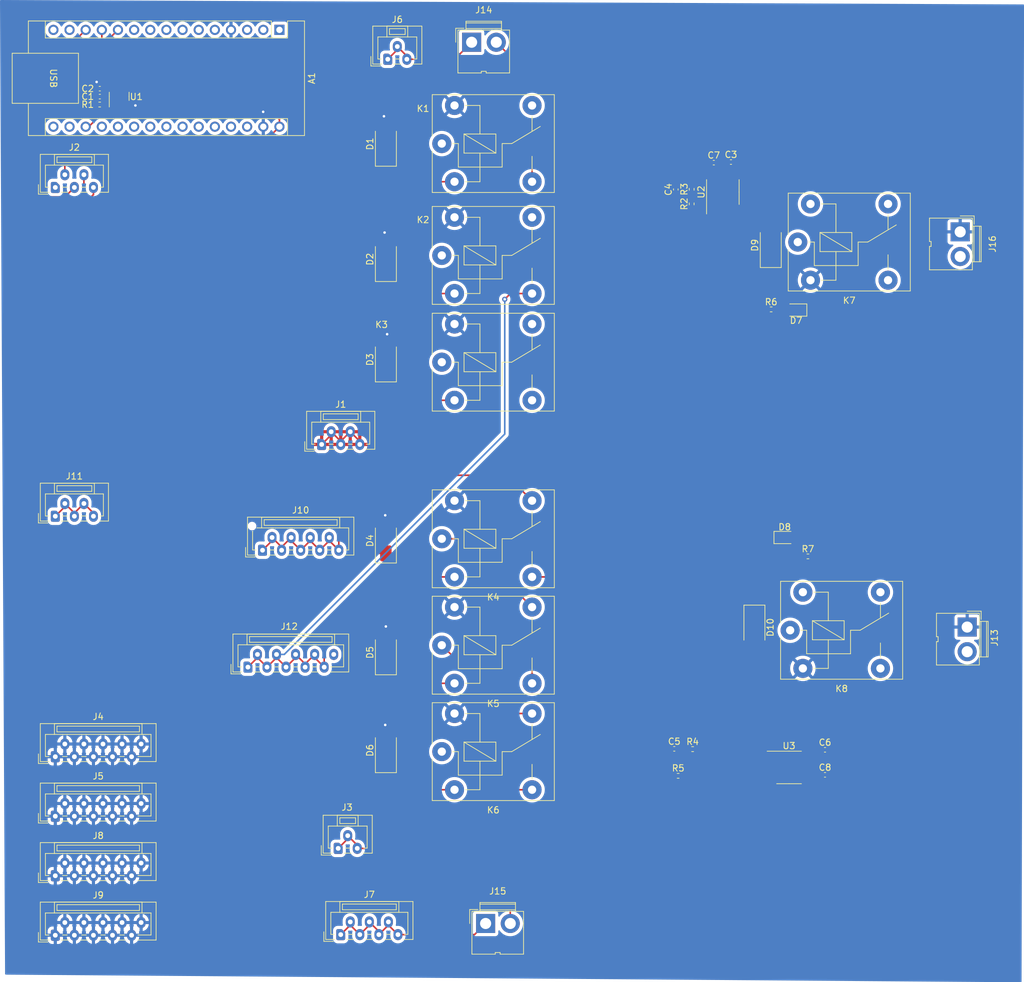
<source format=kicad_pcb>
(kicad_pcb (version 20221018) (generator pcbnew)
  (layers (0 "F.Cu" signal) (31 "B.Cu" signal) (34 "B.Paste" user) (35 "F.Paste" user) (36 "B.SilkS" user "B.Silkscreen") (37 "F.SilkS" user "F.Silkscreen") (38 "B.Mask" user) (39 "F.Mask" user) (44 "Edge.Cuts" user))
  (net 0 "")
  (net 4 "GND")
  (net 5 "/control de salidas/relay1S1")
  (net 6 "/control de salidas/relay2S1")
  (net 7 "/control de salidas/relay3S1")
  (net 8 "/control de salidas/relay1S2")
  (net 9 "/control de salidas/relay2S2")
  (net 10 "/control de salidas/relay3S2")
  (net 11 "/control/digitalPin7")
  (net 12 "/control/digitalPin8")
  (net 13 "/control/digitalPin9")
  (net 16 "/control/analogIN1")
  (net 17 "/control/analogIN2")
  (net 18 "/control/analogIN3")
  (net 19 "/control/analogIN4")
  (net 26 "/control/5V")
  (net 27 "Net-(U3-FILTER)")
  (net 28 "Net-(D7-A)")
  (net 29 "Net-(D8-A)")
  (net 31 "/control de salidas/12VA")
  (net 32 "/control de salidas/12VB")
  (net 33 "/control de salidas/12VC")
  (net 34 "/control de salidas/12VD")
  (net 35 "/entrada de fuente/12VE")
  (net 36 "/control de salidas/3V3")
  (net 37 "/control de salidas/5V")
  (net 38 "/entrada de fuente/-12V")
  (net 39 "/control de salidas/Reguladr de voltaje 1/SalidaRegulada2")
  (net 40 "/control de salidas/Reguladr de voltaje 2/SalidaRegulada2")
  (net 41 "/control de salidas/Salida1")
  (net 42 "Net-(J13-Pin_2)")
  (net 43 "/control de salidas/Salida2")
  (net 44 "Net-(K5-Pad11)")
  (net 45 "/medicion de salidas/Entrada1")
  (net 46 "/medicion de salidas/Salida1")
  (net 47 "Net-(K1-Pad11)")
  (net 48 "/medicion de salidas/Entrada2")
  (net 49 "/medicion de salidas/Salida2")
  (net 50 "Net-(U2-FILTER)")
  (net 51 "Net-(K2-Pad11)")
  (net 52 "Net-(K4-Pad11)")
  (net 53 "/control/digitalPin10")
  (net 54 "/control/digitalPin11")
  (net 55 "Net-(J16-Pin_2)")
  (net 58 "/control/AREF")
  (footprint "Relay_THT:Relay_SPDT_Finder_36.11" (layer "F.Cu") (at 83.5 70.2)
    (fp_text reference "K3")
    (fp_text value "Relay_SPDT")
  )
  (footprint "Module:Arduino_Nano" (layer "F.Cu") (at 57.96 17.9 -90)
    (fp_text reference "A1")
    (fp_text value "Arduino_Nano_v3.x")
  )
  (footprint "Relay_THT:Relay_SPDT_Finder_36.11" (layer "F.Cu") (at 83.5 114.75)
    (fp_text reference "K5")
    (fp_text value "Relay_SPDT")
  )
  (footprint "Resistor_SMD:R_0402_1005Metric" (layer "F.Cu") (at 122.96 131.11)
    (fp_text reference "R4")
    (fp_text value "1M ohm")
  )
  (footprint "Diode_SMD:D_SMA" (layer "F.Cu") (at 74.7 115.9 90)
    (fp_text reference "D5")
    (fp_text value "1N4007")
  )
  (footprint "Connector_JST:JST_ZE_B05B-ZESK-D_1x05_P1.50mm_Vertical" (layer "F.Cu") (at 22.7 42.7)
    (fp_text reference "J2")
    (fp_text value "control")
  )
  (footprint "Connector_JST:JST_ZE_B05B-ZESK-D_1x05_P1.50mm_Vertical" (layer "F.Cu") (at 22.7 94.45)
    (fp_text reference "J11")
    (fp_text value "12VE")
  )
  (footprint "Resistor_SMD:R_0402_1005Metric" (layer "F.Cu") (at 122.81 42.99 90)
    (fp_text reference "R3")
    (fp_text value "100K ohm")
  )
  (footprint "Relay_THT:Relay_SPDT_Finder_36.11" (layer "F.Cu") (at 83.5 131.5)
    (fp_text reference "K6")
    (fp_text value "Relay_SPDT")
  )
  (footprint "Resistor_SMD:R_0402_1005Metric" (layer "F.Cu") (at 122.81 45.29 90)
    (fp_text reference "R2")
    (fp_text value "1M ohm")
  )
  (footprint "Diode_SMD:D_SMA" (layer "F.Cu") (at 74.7 98.3 90)
    (fp_text reference "D4")
    (fp_text value "1N4007")
  )
  (footprint "Connector_JST:JST_ZE_B03B-ZESK-D_1x03_P1.50mm_Vertical" (layer "F.Cu") (at 75 22.525)
    (fp_text reference "J6")
    (fp_text value "12VC")
  )
  (footprint "Connector_JST:JST_ZE_B10B-ZESK-D_1x10_P1.50mm_Vertical" (layer "F.Cu") (at 53 118.2)
    (fp_text reference "J12")
    (fp_text value "3V3")
  )
  (footprint "Package_SO:SOIC-8_3.9x4.9mm_P1.27mm" (layer "F.Cu") (at 127.715 43.425 90)
    (fp_text reference "U2")
    (fp_text value "ACS712xLCTR-20A")
  )
  (footprint "Relay_THT:Relay_SPDT_Finder_36.11" (layer "F.Cu") (at 83.5 98)
    (fp_text reference "K4")
    (fp_text value "Relay_SPDT")
  )
  (footprint "Relay_THT:Relay_SPDT_Finder_36.11" (layer "F.Cu") (at 138.3 112.4)
    (fp_text reference "K8")
    (fp_text value "Relay_SPDT")
  )
  (footprint "Connector_JST:JST_ZE_B05B-ZESK-D_1x05_P1.50mm_Vertical" (layer "F.Cu") (at 64.6 83.15)
    (fp_text reference "J1")
    (fp_text value "12VA")
  )
  (footprint "Connector_JST:JST_ZE_B09B-ZESK-1D_1x09_P1.50mm_Vertical" (layer "F.Cu") (at 55.3 99.8)
    (fp_text reference "J10")
    (fp_text value "5V")
  )
  (footprint "Capacitor_SMD:C_0402_1005Metric" (layer "F.Cu") (at 143.785 135.155)
    (fp_text reference "C8")
    (fp_text value "10nF")
  )
  (footprint "Capacitor_SMD:C_0402_1005Metric" (layer "F.Cu") (at 120.07 131.06)
    (fp_text reference "C5")
    (fp_text value "100nF")
  )
  (footprint "Diode_SMD:D_SMA" (layer "F.Cu") (at 74.7 54 90)
    (fp_text reference "D2")
    (fp_text value "1N4007")
  )
  (footprint "Relay_THT:Relay_SPDT_Finder_36.11" (layer "F.Cu") (at 83.5 53.4)
    (fp_text reference "K2")
    (fp_text value "Relay_SPDT")
  )
  (footprint "Capacitor_SMD:C_0402_1005Metric" (layer "F.Cu") (at 143.785 131.215)
    (fp_text reference "C6")
    (fp_text value "1nf")
  )
  (footprint "Diode_SMD:D_SMA" (layer "F.Cu") (at 74.7 35.85 90)
    (fp_text reference "D1")
    (fp_text value "1N4007")
  )
  (footprint "Connector_JST:JST_ZE_B10B-ZESK-D_1x10_P1.50mm_Vertical" (layer "F.Cu") (at 22.7 132.3)
    (fp_text reference "J4")
    (fp_text value "GND")
  )
  (footprint "Package_TO_SOT_SMD:SOT-23" (layer "F.Cu") (at 32.75 28.3625 90)
    (fp_text reference "U1")
    (fp_text value "LM4040DBZ-4.1")
  )
  (footprint "Package_SO:SOIC-8_3.9x4.9mm_P1.27mm" (layer "F.Cu") (at 138.125 133.995)
    (fp_text reference "U3")
    (fp_text value "ACS712xLCTR-20A")
  )
  (footprint "Connector_JST:JST_ZE_B10B-ZESK-D_1x10_P1.50mm_Vertical" (layer "F.Cu") (at 22.7 160.4)
    (fp_text reference "J9")
    (fp_text value "GND")
  )
  (footprint "Capacitor_SMD:C_0402_1005Metric" (layer "F.Cu") (at 128.99 38.7)
    (fp_text reference "C3")
    (fp_text value "1nF")
  )
  (footprint "Relay_THT:Relay_SPDT_Finder_36.11" (layer "F.Cu") (at 83.5 35.8)
    (fp_text reference "K1")
    (fp_text value "Relay_SPDT")
  )
  (footprint "Diode_SMD:D_SMA" (layer "F.Cu") (at 74.7 69.8 90)
    (fp_text reference "D3")
    (fp_text value "1N4007")
  )
  (footprint "Resistor_SMD:R_0402_1005Metric" (layer "F.Cu") (at 29.68 29.655 180)
    (fp_text reference "R1")
    (fp_text value "909 ohm")
  )
  (footprint "Resistor_SMD:R_0402_1005Metric" (layer "F.Cu") (at 120.68 135.31)
    (fp_text reference "R5")
    (fp_text value "100K ohm")
  )
  (footprint "Connector:JWT_A3963_1x02_P3.96mm_Vertical" (layer "F.Cu") (at 90.3925 158.55)
    (fp_text reference "J15")
    (fp_text value "ReguladorExterno")
  )
  (footprint "Capacitor_SMD:C_0402_1005Metric" (layer "F.Cu") (at 120.31 43.02 90)
    (fp_text reference "C4")
    (fp_text value "100nF")
  )
  (footprint "Diode_SMD:D_SMA" (layer "F.Cu") (at 74.7 131.3 90)
    (fp_text reference "D6")
    (fp_text value "1N4007")
  )
  (footprint "Capacitor_SMD:C_0402_1005Metric" (layer "F.Cu") (at 29.7 27.155 180)
    (fp_text reference "C2")
    (fp_text value "10 uF")
  )
  (footprint "Connector_JST:JST_ZE_B10B-ZESK-D_1x10_P1.50mm_Vertical" (layer "F.Cu") (at 22.7 141.666666)
    (fp_text reference "J5")
    (fp_text value "GND")
  )
  (footprint "Relay_THT:Relay_SPDT_Finder_36.11" (layer "F.Cu") (at 139.5 51.3)
    (fp_text reference "K7")
    (fp_text value "Relay_SPDT")
  )
  (footprint "Connector:JWT_A3963_1x02_P3.96mm_Vertical" (layer "F.Cu") (at 88.1925 19.85)
    (fp_text reference "J14")
    (fp_text value "ReguladorExterno")
  )
  (footprint "Capacitor_SMD:C_0402_1005Metric" (layer "F.Cu") (at 29.7 28.4 180)
    (fp_text reference "C1")
    (fp_text value "0.1 uF")
  )
  (footprint "Diode_SMD:D_SMA" (layer "F.Cu") (at 132.675 111.95 -90)
    (fp_text reference "D10")
    (fp_text value "1N4007")
  )
  (footprint "Diode_SMD:D_SMA" (layer "F.Cu") (at 135.25 51.8 90)
    (fp_text reference "D9")
    (fp_text value "1N4007")
  )
  (footprint "LED_SMD:LED_0805_2012Metric" (layer "F.Cu") (at 139.2375 62 180)
    (fp_text reference "D7")
    (fp_text value "LED")
  )
  (footprint "Connector:JWT_A3963_1x02_P3.96mm_Vertical" (layer "F.Cu") (at 165.05 49.6925 -90)
    (fp_text reference "J16")
    (fp_text value "Salida 1")
  )
  (footprint "Connector_JST:JST_ZE_B03B-ZESK-D_1x03_P1.50mm_Vertical" (layer "F.Cu") (at 67.2 146.725)
    (fp_text reference "J3")
    (fp_text value "12VB")
  )
  (footprint "Capacitor_SMD:C_0402_1005Metric" (layer "F.Cu") (at 126.29 38.8)
    (fp_text reference "C7")
    (fp_text value "10nF")
  )
  (footprint "Connector_JST:JST_ZE_B07B-ZESK-D_1x07_P1.50mm_Vertical" (layer "F.Cu") (at 67.6 160.3)
    (fp_text reference "J7")
    (fp_text value "12VD")
  )
  (footprint "Connector:JWT_A3963_1x02_P3.96mm_Vertical" (layer "F.Cu") (at 166.15 111.8925 -90)
    (fp_text reference "J13")
    (fp_text value "Salida 2")
  )
  (footprint "Connector_JST:JST_ZE_B10B-ZESK-D_1x10_P1.50mm_Vertical" (layer "F.Cu") (at 22.7 151.033332)
    (fp_text reference "J8")
    (fp_text value "GND")
  )
  (footprint "Resistor_SMD:R_0402_1005Metric" (layer "F.Cu") (at 141.0975 100.775)
    (fp_text reference "R7")
    (fp_text value "330")
  )
  (footprint "Resistor_SMD:R_0402_1005Metric" (layer "F.Cu") (at 135.31 61.9)
    (fp_text reference "R6")
    (fp_text value "330")
  )
  (footprint "LED_SMD:LED_0805_2012Metric" (layer "F.Cu") (at 137.4375 97.8)
    (fp_text reference "D8")
    (fp_text value "LED")
  )
  (gr_rect (start 18.5 15.1) (end 174.1 165.1) (stroke (width 0.2)) (fill none) (layer "F.Cu"))
  (segment (start 29.22 26.12) (end 29.2 26.1) (width 0.25) (layer "F.Cu") (net 4))
  (segment (start 55.42 33.14) (end 55.42 30.82) (width 0.25) (layer "F.Cu") (net 4))
  (segment (start 74.7 50) (end 74.5 49.8) (width 0.25) (layer "F.Cu") (net 4))
  (segment (start 29.22 27.155) (end 29.22 26.12) (width 0.25) (layer "F.Cu") (net 4))
  (segment (start 74.7 31.8) (end 74.4 31.5) (width 0.25) (layer "F.Cu") (net 4))
  (segment (start 74.7 33.85) (end 74.7 31.8) (width 0.25) (layer "F.Cu") (net 4))
  (segment (start 74.7 96.3) (end 74.7 94.4) (width 0.25) (layer "F.Cu") (net 4))
  (segment (start 74.7 129.3) (end 74.7 127.4) (width 0.25) (layer "F.Cu") (net 4))
  (segment (start 35.3 29.8) (end 34.2 29.8) (width 0.25) (layer "F.Cu") (net 4))
  (segment (start 74.7 113.9) (end 74.7 111.8) (width 0.25) (layer "F.Cu") (net 4))
  (segment (start 74.7 66) (end 74.9 65.8) (width 0.25) (layer "F.Cu") (net 4))
  (segment (start 74.7 94.4) (end 74.6 94.3) (width 0.25) (layer "F.Cu") (net 4))
  (segment (start 55.42 30.82) (end 55.4 30.8) (width 0.25) (layer "F.Cu") (net 4))
  (segment (start 34.2 29.8) (end 33.7 29.3) (width 0.25) (layer "F.Cu") (net 4))
  (segment (start 74.7 52) (end 74.7 50) (width 0.25) (layer "F.Cu") (net 4))
  (segment (start 74.7 67.8) (end 74.7 66) (width 0.25) (layer "F.Cu") (net 4))
  (segment (start 29.22 28.4) (end 29.22 27.155) (width 0.25) (layer "F.Cu") (net 4))
  (segment (start 74.7 127.4) (end 74.6 127.3) (width 0.25) (layer "F.Cu") (net 4))
  (via (at 74.6 94.3) (size 0.8) (drill 0.4) (layers "F.Cu" "B.Cu") (net 4))
  (via (at 29.2 26.1) (size 0.8) (drill 0.4) (layers "F.Cu" "B.Cu") (net 4))
  (via (at 35.3 29.8) (size 0.8) (drill 0.4) (layers "F.Cu" "B.Cu") (net 4))
  (via (at 74.5 49.8) (size 0.8) (drill 0.4) (layers "F.Cu" "B.Cu") (net 4))
  (via (at 55.4 30.8) (size 0.8) (drill 0.4) (layers "F.Cu" "B.Cu") (net 4))
  (via (at 74.4 31.5) (size 0.8) (drill 0.4) (layers "F.Cu" "B.Cu") (net 4))
  (via (at 74.6 127.3) (size 0.8) (drill 0.4) (layers "F.Cu" "B.Cu") (net 4))
  (via (at 74.7 111.8) (size 0.8) (drill 0.4) (layers "F.Cu" "B.Cu") (net 4))
  (via (at 74.9 65.8) (size 0.8) (drill 0.4) (layers "F.Cu" "B.Cu") (net 4))
  (segment (start 80.3 42.2) (end 80.7 41.8) (width 0.25) (layer "F.Cu") (net 5))
  (segment (start 75.95 37.85) (end 80.3 42.2) (width 0.25) (layer "F.Cu") (net 5))
  (segment (start 80.7 41.8) (end 85.5 41.8) (width 0.25) (layer "F.Cu") (net 5))
  (segment (start 74.7 37.85) (end 75.95 37.85) (width 0.25) (layer "F.Cu") (net 5))
  (segment (start 78.6 59.1) (end 78.9 59.4) (width 0.25) (layer "F.Cu") (net 6))
  (segment (start 78.9 59.4) (end 85.5 59.4) (width 0.25) (layer "F.Cu") (net 6))
  (segment (start 74.7 56) (end 77.8 59.1) (width 0.25) (layer "F.Cu") (net 6))
  (segment (start 77.8 59.1) (end 78.6 59.1) (width 0.25) (layer "F.Cu") (net 6))
  (segment (start 74.7 71.8) (end 79 76.1) (width 0.25) (layer "F.Cu") (net 7))
  (segment (start 79.5 76.2) (end 85.5 76.2) (width 0.25) (layer "F.Cu") (net 7))
  (segment (start 79 76.7) (end 79.5 76.2) (width 0.25) (layer "F.Cu") (net 7))
  (segment (start 79 76.1) (end 79 76.7) (width 0.25) (layer "F.Cu") (net 7))
  (segment (start 45.6 107) (end 45.6 41) (width 0.25) (layer "F.Cu") (net 8))
  (segment (start 45.6 41) (end 43 38.4) (width 0.25) (layer "F.Cu") (net 8))
  (segment (start 74.7 100.3) (end 72.9 100.3) (width 0.25) (layer "F.Cu") (net 8))
  (segment (start 72.9 100.3) (end 65 108.2) (width 0.25) (layer "F.Cu") (net 8))
  (segment (start 74.7 100.3) (end 76.1 100.3) (width 0.25) (layer "F.Cu") (net 8))
  (segment (start 65 108.2) (end 46.8 108.2) (width 0.25) (layer "F.Cu") (net 8))
  (segment (start 81 105.2) (end 82.2 104) (width 0.25) (layer "F.Cu") (net 8))
  (segment (start 46.8 108.2) (end 45.6 107) (width 0.25) (layer "F.Cu") (net 8))
  (segment (start 76.1 100.3) (end 81 105.2) (width 0.25) (layer "F.Cu") (net 8))
  (segment (start 82.2 104) (end 85.5 104) (width 0.25) (layer "F.Cu") (net 8))
  (segment (start 74.7 117.9) (end 74.7 119.6) (width 0.25) (layer "F.Cu") (net 9))
  (segment (start 74.7 117.9) (end 78.2 121.4) (width 0.25) (layer "F.Cu") (net 9))
  (segment (start 79.45 120.75) (end 85.5 120.75) (width 0.25) (layer "F.Cu") (net 9))
  (segment (start 68.4 125.9) (end 46.4 125.9) (width 0.25) (layer "F.Cu") (net 9))
  (segment (start 44.5 124) (end 44.5 43.1) (width 0.25) (layer "F.Cu") (net 9))
  (segment (start 74.7 119.6) (end 68.4 125.9) (width 0.25) (layer "F.Cu") (net 9))
  (segment (start 46.4 125.9) (end 44.5 124) (width 0.25) (layer "F.Cu") (net 9))
  (segment (start 78.8 121.4) (end 79.45 120.75) (width 0.25) (layer "F.Cu") (net 9))
  (segment (start 78.2 121.4) (end 78.8 121.4) (width 0.25) (layer "F.Cu") (net 9))
  (segment (start 44.5 43.1) (end 40 38.6) (width 0.25) (layer "F.Cu") (net 9))
  (segment (start 45.1 133.3) (end 40.9 129.1) (width 0.25) (layer "F.Cu") (net 10))
  (segment (start 40.9 42.4) (end 36.7 38.2) (width 0.25) (layer "F.Cu") (net 10))
  (segment (start 74.7 133.3) (end 80.2 138.8) (width 0.25) (layer "F.Cu") (net 10))
  (segment (start 40.9 129.1) (end 40.9 42.4) (width 0.25) (layer "F.Cu") (net 10))
  (segment (start 80.2 138.8) (end 80.5 138.8) (width 0.25) (layer "F.Cu") (net 10))
  (segment (start 74.7 133.3) (end 45.1 133.3) (width 0.25) (layer "F.Cu") (net 10))
  (segment (start 80.5 138.8) (end 81.8 137.5) (width 0.25) (layer "F.Cu") (net 10))
  (segment (start 81.8 137.5) (end 85.5 137.5) (width 0.25) (layer "F.Cu") (net 10))
  (segment (start 20.3 44.2) (end 20.3 30.2) (width 0.25) (layer "F.Cu") (net 11))
  (segment (start 24.2 44.2) (end 20.3 44.2) (width 0.25) (layer "F.Cu") (net 11))
  (segment (start 25.7 42.7) (end 24.2 44.2) (width 0.25) (layer "F.Cu") (net 11))
  (segment (start 20.3 30.2) (end 31.3 19.2) (width 0.25) (layer "F.Cu") (net 11))
  (segment (start 31.3 19.16) (end 32.56 17.9) (width 0.25) (layer "F.Cu") (net 11))
  (segment (start 31.3 19.2) (end 31.3 19.16) (width 0.25) (layer "F.Cu") (net 11))
  (segment (start 19.4 29.8) (end 30.02 19.18) (width 0.25) (layer "F.Cu") (net 12))
  (segment (start 26.7 45) (end 19.7 45) (width 0.25) (layer "F.Cu") (net 12))
  (segment (start 27.2 44.5) (end 26.7 45) (width 0.25) (layer "F.Cu") (net 12))
  (segment (start 27.2 40.7) (end 27.2 44.5) (width 0.25) (layer "F.Cu") (net 12))
  (segment (start 30.02 19.18) (end 30.02 17.9) (width 0.25) (layer "F.Cu") (net 12))
  (segment (start 19.7 45) (end 19.4 44.7) (width 0.25) (layer "F.Cu") (net 12))
  (segment (start 19.4 44.7) (end 19.4 29.8) (width 0.25) (layer "F.Cu") (net 12))
  (segment (start 28.7 42.7) (end 28.7 43.825) (width 0.25) (layer "F.Cu") (net 13))
  (segment (start 18.925 26.975) (end 24.9 21) (width 0.25) (layer "F.Cu") (net 13))
  (segment (start 26.525 46) (end 19.6 46) (width 0.25) (layer "F.Cu") (net 13))
  (segment (start 28.7 43.825) (end 26.525 46) (width 0.25) (layer "F.Cu") (net 13))
  (segment (start 19.6 46) (end 18.925 45.325) (width 0.25) (layer "F.Cu") (net 13))
  (segment (start 24.9 21) (end 24.9 20.48) (width 0.25) (layer "F.Cu") (net 13))
  (segment (start 24.9 20.48) (end 27.48 17.9) (width 0.25) (layer "F.Cu") (net 13))
  (segment (start 18.925 45.325) (end 18.925 26.975) (width 0.25) (layer "F.Cu") (net 13))
  (segment (start 56.0625 35.0375) (end 57.96 33.14) (width 0.25) (layer "F.Cu") (net 26))
  (segment (start 57.96 32.00863) (end 51.35137 25.4) (width 0.25) (layer "F.Cu") (net 26))
  (segment (start 30.18 26.52) (end 30.18 27.155) (width 0.25) (layer "F.Cu") (net 26))
  (segment (start 30.18 28.4) (end 30.18 29.645) (width 0.25) (layer "F.Cu") (net 26))
  (segment (start 30.18 29.645) (end 30.19 29.655) (width 0.25) (layer "F.Cu") (net 26))
  (segment (start 51.35137 25.4) (end 31.3 25.4) (width 0.25) (layer "F.Cu") (net 26))
  (segment (start 30.18 27.155) (end 30.18 28.4) (width 0.25) (layer "F.Cu") (net 26))
  (segment (start 24.2 40.7) (end 24.2 38.1) (width 0.25) (layer "F.Cu") (net 26))
  (segment (start 27.2625 35.0375) (end 56.0625 35.0375) (width 0.25) (layer "F.Cu") (net 26))
  (segment (start 24.2 38.1) (end 27.2625 35.0375) (width 0.25) (layer "F.Cu") (net 26))
  (segment (start 31.3 25.4) (end 30.18 26.52) (width 0.25) (layer "F.Cu") (net 26))
  (segment (start 57.96 33.14) (end 57.96 32.00863) (width 0.25) (layer "F.Cu") (net 26))
  (segment (start 67.6 82.65) (end 69.1 81.15) (width 0.25) (layer "F.Cu") (net 31))
  (segment (start 64.6 83.15) (end 66.1 81.65) (width 0.25) (layer "F.Cu") (net 31))
  (segment (start 67.6 83.15) (end 67.6 82.65) (width 0.25) (layer "F.Cu") (net 31))
  (segment (start 66.1 81.65) (end 66.1 81.15) (width 0.25) (layer "F.Cu") (net 31))
  (segment (start 70.6 82.65) (end 69.1 81.15) (width 0.25) (layer "F.Cu") (net 31))
  (segment (start 70.6 83.15) (end 70.6 82.65) (width 0.25) (layer "F.Cu") (net 31))
  (segment (start 67.6 82.65) (end 66.1 81.15) (width 0.25) (layer "F.Cu") (net 31))
  (segment (start 70.2 146.725) (end 70.2 146.225) (width 0.25) (layer "F.Cu") (net 32))
  (segment (start 70.2 146.725) (end 85.475 146.725) (width 0.25) (layer "F.Cu") (net 32))
  (segment (start 85.475 146.725) (end 94.7 137.5) (width 0.25) (layer "F.Cu") (net 32))
  (segment (start 94.7 137.5) (end 97.7 137.5) (width 0.25) (layer "F.Cu") (net 32))
  (segment (start 68.7 145.225) (end 68.7 144.725) (width 0.25) (layer "F.Cu") (net 32))
  (segment (start 67.2 146.725) (end 68.7 145.225) (width 0.25) (layer "F.Cu") (net 32))
  (segment (start 70.2 146.225) (end 68.7 144.725) (width 0.25) (layer "F.Cu") (net 32))
  (segment (start 85.5175 22.525) (end 88.1925 19.85) (width 0.25) (layer "F.Cu") (net 33))
  (segment (start 76.5 21.025) (end 76.5 20.525) (width 0.25) (layer "F.Cu") (net 33))
  (segment (start 78 22.025) (end 76.5 20.525) (width 0.25) (layer "F.Cu") (net 33))
  (segment (start 78 22.525) (end 78 22.025) (width 0.25) (layer "F.Cu") (net 33))
  (segment (start 75 22.525) (end 76.5 21.025) (width 0.25) (layer "F.Cu") (net 33))
  (segment (start 78 22.525) (end 85.5175 22.525) (width 0.25) (layer "F.Cu") (net 33))
  (segment (start 88.6425 160.3) (end 90.3925 158.55) (width 0.25) (layer "F.Cu") (net 34))
  (segment (start 75.1 158.8) (end 73.6 160.3) (width 0.25) (layer "F.Cu") (net 34))
  (segment (start 72.1 158.3) (end 72.1 158.8) (width 0.25) (layer "F.Cu") (net 34))
  (segment (start 67.6 160.3) (end 69.1 158.8) (width 0.25) (layer "F.Cu") (net 34))
  (segment (start 76.6 160.3) (end 88.6425 160.3) (width 0.25) (layer "F.Cu") (net 34))
  (segment (start 76.6 160.3) (end 75.1 158.8) (width 0.25) (layer "F.Cu") (net 34))
  (segment (start 73.6 159.8) (end 72.1 158.3) (width 0.25) (layer "F.Cu") (net 34))
  (segment (start 73.6 160.3) (end 73.6 159.8) (width 0.25) (layer "F.Cu") (net 34))
  (segment (start 69.1 158.8) (end 70.6 160.3) (width 0.25) (layer "F.Cu") (net 34))
  (segment (start 69.1 158.3) (end 69.1 158.8) (width 0.25) (layer "F.Cu") (net 34))
  (segment (start 75.1 158.3) (end 75.1 158.8) (width 0.25) (layer "F.Cu") (net 34))
  (segment (start 72.1 158.8) (end 70.6 160.3) (width 0.25) (layer "F.Cu") (net 34))
  (segment (start 25.7 94.45) (end 25.7 93.95) (width 0.25) (layer "F.Cu") (net 35))
  (segment (start 25.7 93.95) (end 27.2 92.45) (width 0.25) (layer "F.Cu") (net 35))
  (segment (start 28.7 93.95) (end 27.2 92.45) (width 0.25) (layer "F.Cu") (net 35))
  (segment (start 24.2 92.95) (end 24.2 92.45) (width 0.25) (layer "F.Cu") (net 35))
  (segment (start 28.7 94.45) (end 28.7 93.95) (width 0.25) (layer "F.Cu") (net 35))
  (segment (start 22.7 94.45) (end 24.2 92.95) (width 0.25) (layer "F.Cu") (net 35))
  (segment (start 25.7 93.95) (end 24.2 92.45) (width 0.25) (layer "F.Cu") (net 35))
  (segment (start 59 118.2) (end 60.5 116.7) (width 0.25) (layer "F.Cu") (net 36))
  (segment (start 60.5 116.7) (end 60.5 116.2) (width 0.25) (layer "F.Cu") (net 36))
  (segment (start 57.5 116.2) (end 57.5 116.7) (width 0.25) (layer "F.Cu") (net 36))
  (segment (start 97.7 117.1) (end 87 106.4) (width 0.25) (layer "F.Cu") (net 36))
  (segment (start 70.7 106.4) (end 65 112.1) (width 0.25) (layer "F.Cu") (net 36))
  (segment (start 63.5 116.7) (end 65 118.2) (width 0.25) (layer "F.Cu") (net 36))
  (segment (start 63.5 116.2) (end 62 117.7) (width 0.25) (layer "F.Cu") (net 36))
  (segment (start 54.5 116.2) (end 54.5 116.7) (width 0.25) (layer "F.Cu") (net 36))
  (segment (start 97.7 120.75) (end 97.7 117.1) (width 0.25) (layer "F.Cu") (net 36))
  (segment (start 62 117.7) (end 60.5 116.2) (width 0.25) (layer "F.Cu") (net 36))
  (segment (start 56 118.2) (end 57.5 116.7) (width 0.25) (layer "F.Cu") (net 36))
  (segment (start 65 112.1) (end 65 118.2) (width 0.25) (layer "F.Cu") (net 36))
  (segment (start 94.3 59.4) (end 93.4 60.3) (width 0.25) (layer "F.Cu") (net 36))
  (segment (start 97.7 59.4) (end 94.3 59.4) (width 0.25) (layer "F.Cu") (net 36))
  (segment (start 62 117.7) (end 62 118.2) (width 0.25) (layer "F.Cu") (net 36))
  (segment (start 53 118.2) (end 54.5 116.7) (width 0.25) (layer "F.Cu") (net 36))
  (segment (start 57.5 116.7) (end 59 118.2) (width 0.25) (layer "F.Cu") (net 36))
  (segment (start 54.5 116.7) (end 56 118.2) (width 0.25) (layer "F.Cu") (net 36))
  (segment (start 63.5 116.2) (end 63.5 116.7) (width 0.25) (layer "F.Cu") (net 36))
  (segment (start 87 106.4) (end 70.7 106.4) (width 0.25) (layer "F.Cu") (net 36))
  (via (at 93.4 60.3) (size 0.8) (drill 0.4) (layers "F.Cu" "B.Cu") (net 36))
  (segment (start 93.4 81.51906) (end 58.71906 116.2) (width 0.25) (layer "B.Cu") (net 36))
  (segment (start 58.71906 116.2) (end 57.5 116.2) (width 0.25) (layer "B.Cu") (net 36))
  (segment (start 93.4 60.3) (end 93.4 81.51906) (width 0.25) (layer "B.Cu") (net 36))
  (segment (start 65.8 98.3) (end 67.3 99.8) (width 0.25) (layer "F.Cu") (net 37))
  (segment (start 55.3 99.8) (end 56.8 98.3) (width 0.25) (layer "F.Cu") (net 37))
  (segment (start 62.8 98.3) (end 64.3 99.8) (width 0.25) (layer "F.Cu") (net 37))
  (segment (start 94.9 89.2) (end 97.7 92) (width 0.25) (layer "F.Cu") (net 37))
  (segment (start 59.8 98.3) (end 61.3 99.8) (width 0.25) (layer "F.Cu") (net 37))
  (segment (start 58.3 99.3) (end 59.8 97.8) (width 0.25) (layer "F.Cu") (net 37))
  (segment (start 58.3 99.3) (end 56.8 97.8) (width 0.25) (layer "F.Cu") (net 37))
  (segment (start 65.8 97.8) (end 65.8 98.3) (width 0.25) (layer "F.Cu") (net 37))
  (segment (start 65.8 98.3) (end 64.3 99.8) (width 0.25) (layer "F.Cu") (net 37))
  (segment (start 58.3 99.8) (end 58.3 99.3) (width 0.25) (layer "F.Cu") (net 37))
  (segment (start 76.6 88) (end 94.9 88) (width 0.25) (layer "F.Cu") (net 37))
  (segment (start 61.3 99.8) (end 62.8 98.3) (width 0.25) (layer "F.Cu") (net 37))
  (segment (start 67.3 97.3) (end 76.6 88) (width 0.25) (layer "F.Cu") (net 37))
  (segment (start 67.3 99.8) (end 67.3 97.3) (width 0.25) (layer "F.Cu") (net 37))
  (segment (start 94.9 88) (end 94.9 89.2) (width 0.25) (layer "F.Cu") (net 37))
  (segment (start 62.8 97.8) (end 62.8 98.3) (width 0.25) (layer "F.Cu") (net 37))
  (segment (start 56.8 98.3) (end 56.8 97.8) (width 0.25) (layer "F.Cu") (net 37))
  (segment (start 59.8 97.8) (end 59.8 98.3) (width 0.25) (layer "F.Cu") (net 37))
  (segment (start 97.7 37.9) (end 93.7 33.9) (width 0.25) (layer "F.Cu") (net 39))
  (segment (start 93.7 21.4775) (end 92.0725 19.85) (width 0.25) (layer "F.Cu") (net 39))
  (segment (start 93.7 33.9) (end 93.7 21.4775) (width 0.25) (layer "F.Cu") (net 39))
  (segment (start 97.7 41.8) (end 97.7 37.9) (width 0.25) (layer "F.Cu") (net 39))
  (segment (start 94.2725 146.9275) (end 103 138.2) (width 0.25) (layer "F.Cu") (net 40))
  (segment (start 103 106.9) (end 100.1 104) (width 0.25) (layer "F.Cu") (net 40))
  (segment (start 103 138.2) (end 103 106.9) (width 0.25) (layer "F.Cu") (net 40))
  (segment (start 94.2725 158.55) (end 94.2725 146.9275) (width 0.25) (layer "F.Cu") (net 40))
  (segment (start 100.1 104) (end 97.7 104) (width 0.25) (layer "F.Cu") (net 40))
  (segment (start 94.25 125.5) (end 97.7 125.5) (width 0.25) (layer "F.Cu") (net 44))
  (segment (start 83.5 114.75) (end 94.25 125.5) (width 0.25) (layer "F.Cu") (net 44))
  (segment (start 86.95 98) (end 97.7 108.75) (width 0.25) (layer "F.Cu") (net 52))
  (segment (start 83.5 98) (end 86.95 98) (width 0.25) (layer "F.Cu") (net 52))
  (segment (start 29.75 31.35) (end 31.8 29.3) (width 0.25) (layer "F.Cu") (net 58))
  (segment (start 27.96 33.14) (end 29.75 31.35) (width 0.25) (layer "F.Cu") (net 58))
  (segment (start 29.75 31.35) (end 29.17 30.77) (width 0.25) (layer "F.Cu") (net 58))
  (segment (start 29.17 30.77) (end 29.17 29.655) (width 0.25) (layer "F.Cu") (net 58))
  (segment (start 27.48 33.14) (end 27.96 33.14) (width 0.25) (layer "F.Cu") (net 58))
  (zone (net 31) (net_name "/control de salidas/12VA") (layer "F.Cu") (priority 1) (connect_pads (clearance 0.5)) (min_thickness 0.25) (fill yes (thermal_gap 0.5) (thermal_bridge_width 0.5))
    (polygon (pts (xy 63 79.8) (xy 72.1 79.8) (xy 72.1 84.7) (xy 63 84.7)))
  )
  (zone (net 4) (net_name "GND") (layer "B.Cu") (connect_pads (clearance 0.5)) (min_thickness 0.25) (fill yes (thermal_gap 0.5) (thermal_bridge_width 0.5) (smoothing fillet))
    (polygon (pts (xy 175.1 13.9) (xy 174.7 167.8) (xy 14.8 166.6) (xy 14 13.2)))
  )
)
</source>
